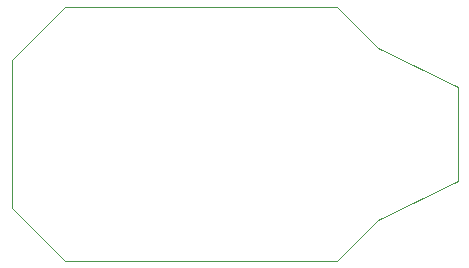
<source format=gbr>
G04 (created by PCBNEW (2013-jul-07)-stable) date Fri 06 Feb 2015 01:54:20 AM EST*
%MOIN*%
G04 Gerber Fmt 3.4, Leading zero omitted, Abs format*
%FSLAX34Y34*%
G01*
G70*
G90*
G04 APERTURE LIST*
%ADD10C,0.00590551*%
%ADD11C,0.00393701*%
G04 APERTURE END LIST*
G54D10*
G54D11*
X55118Y-14960D02*
X46062Y-14960D01*
X55118Y-23425D02*
X46062Y-23425D01*
X46062Y-23425D02*
X44291Y-21653D01*
X44291Y-16732D02*
X46062Y-14960D01*
X59153Y-20767D02*
X56496Y-22047D01*
X59153Y-17618D02*
X59153Y-20767D01*
X56496Y-16338D02*
X59153Y-17618D01*
X44291Y-16732D02*
X44291Y-21653D01*
X55118Y-14960D02*
X56496Y-16338D01*
X55118Y-23425D02*
X56496Y-22047D01*
M02*

</source>
